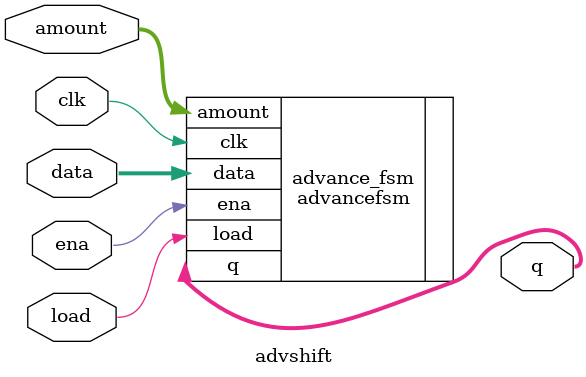
<source format=v>
module advshift(input clk,
input load,
input ena,
input [1:0] amount,
input [63:0] data,
output reg [63:0] q); 
// when load is high, assign data[63:0] to shift register q.
// if ena is high, shift q.
// amount: Chooses which direction and how much to shift.
// 2'b00: shift left by 1 bit.
// 2'b01: shift left by 8 bits.
// 2'b10: shift right by 1 bit.
// 2'b11: shift right by 8 bits.


advancefsm advance_fsm(
    .clk,
    .load,
    .ena,
    .amount,
    .data,
    .q
);

endmodule

</source>
